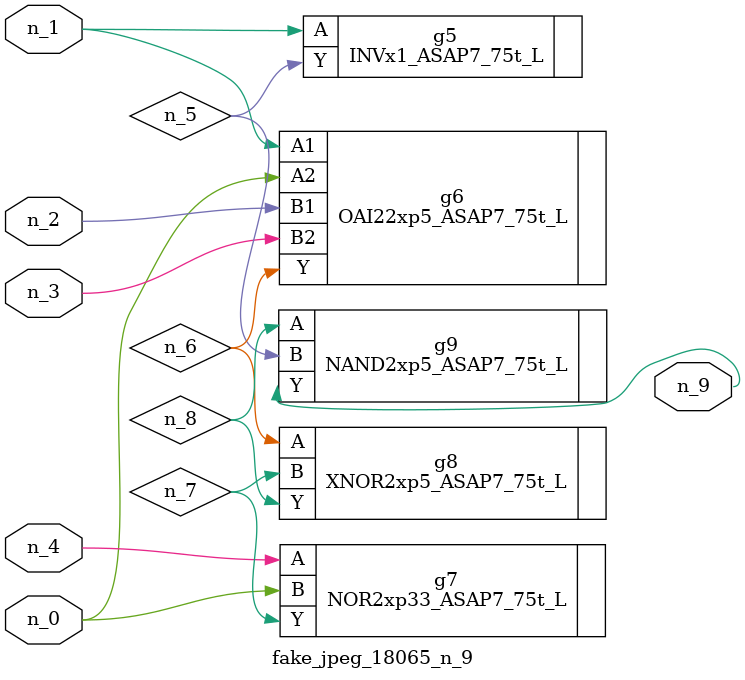
<source format=v>
module fake_jpeg_18065_n_9 (n_3, n_2, n_1, n_0, n_4, n_9);

input n_3;
input n_2;
input n_1;
input n_0;
input n_4;

output n_9;

wire n_8;
wire n_6;
wire n_5;
wire n_7;

INVx1_ASAP7_75t_L g5 ( 
.A(n_1),
.Y(n_5)
);

OAI22xp5_ASAP7_75t_L g6 ( 
.A1(n_1),
.A2(n_0),
.B1(n_2),
.B2(n_3),
.Y(n_6)
);

NOR2xp33_ASAP7_75t_L g7 ( 
.A(n_4),
.B(n_0),
.Y(n_7)
);

XNOR2xp5_ASAP7_75t_L g8 ( 
.A(n_6),
.B(n_7),
.Y(n_8)
);

NAND2xp5_ASAP7_75t_L g9 ( 
.A(n_8),
.B(n_5),
.Y(n_9)
);


endmodule
</source>
